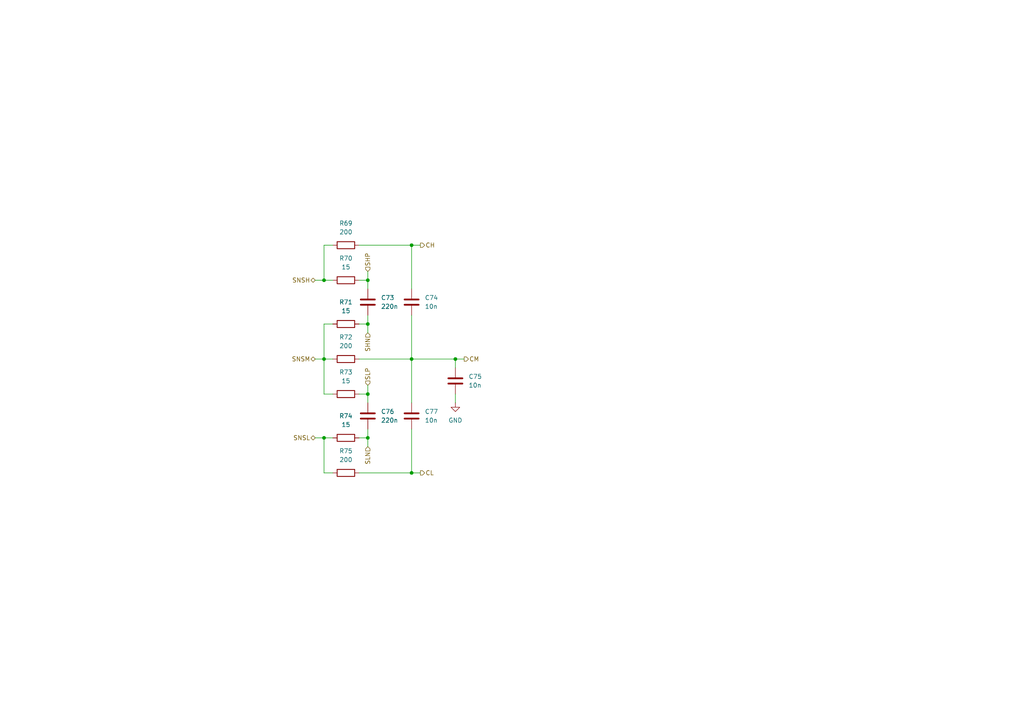
<source format=kicad_sch>
(kicad_sch (version 20231120) (generator "eeschema") (generator_version "8.0")
  (paper "A4")
  (lib_symbols
    (symbol "Device:C" (pin_numbers hide) (pin_names (offset 0.254))
      (property "Reference" "C" (at 0.635 2.54 0))
      (property "Value" "C" (at 0.635 -2.54 0))
      (symbol "C_0_1"
        (polyline (pts (xy -2.032 -0.762) (xy 2.032 -0.762)) (stroke (width 0.508)))
        (polyline (pts (xy -2.032 0.762) (xy 2.032 0.762)) (stroke (width 0.508)))
      )
      (symbol "C_1_1"
        (pin passive line (at 0 3.81 270) (length 2.794) (name "~") (number "1"))
        (pin passive line (at 0 -3.81 90) (length 2.794) (name "~") (number "2"))
      )
    )
    (symbol "Device:R" (pin_numbers hide) (pin_names (offset 0))
      (property "Reference" "R" (at 2.032 0 90))
      (property "Value" "R" (at 0 0 90))
      (symbol "R_0_1"
        (rectangle (start -1.016 -2.54) (end 1.016 2.54) (stroke (width 0.254)))
      )
      (symbol "R_1_1"
        (pin passive line (at 0 3.81 270) (length 1.27) (name "~") (number "1"))
        (pin passive line (at 0 -3.81 90) (length 1.27) (name "~") (number "2"))
      )
    )
    (symbol "power:GND" (power) (pin_numbers hide) (pin_names (offset 0) hide)
      (property "Value" "GND" (at 0 -3.81 0))
      (symbol "GND_0_1"
        (polyline (pts (xy 0 0) (xy 0 -1.27) (xy 1.27 -1.27) (xy 0 -2.54) (xy -1.27 -1.27) (xy 0 -1.27)))
      )
      (symbol "GND_1_1"
        (pin power_in line (at 0 0 270) (length 0) (name "~") (number "1"))
      )
    )
  )
  (junction (at 119.38 104.14))
  (junction (at 119.38 137.16))
  (junction (at 106.68 81.28))
  (junction (at 106.68 127))
  (junction (at 132.08 104.14))
  (junction (at 93.98 104.14))
  (junction (at 106.68 114.3))
  (junction (at 119.38 71.12))
  (junction (at 106.68 93.98))
  (junction (at 93.98 81.28))
  (junction (at 93.98 127))
  (wire (pts (xy 91.44 81.28) (xy 93.98 81.28)))
  (wire (pts (xy 106.68 83.82) (xy 106.68 81.28)))
  (wire (pts (xy 91.44 127) (xy 93.98 127)))
  (wire (pts (xy 132.08 114.3) (xy 132.08 116.84)))
  (wire (pts (xy 104.14 104.14) (xy 119.38 104.14)))
  (wire (pts (xy 91.44 104.14) (xy 93.98 104.14)))
  (wire (pts (xy 93.98 137.16) (xy 96.52 137.16)))
  (wire (pts (xy 93.98 104.14) (xy 96.52 104.14)))
  (wire (pts (xy 106.68 114.3) (xy 106.68 111.76)))
  (wire (pts (xy 106.68 124.46) (xy 106.68 127)))
  (wire (pts (xy 104.14 127) (xy 106.68 127)))
  (wire (pts (xy 104.14 71.12) (xy 119.38 71.12)))
  (wire (pts (xy 93.98 93.98) (xy 96.52 93.98)))
  (wire (pts (xy 132.08 104.14) (xy 132.08 106.68)))
  (wire (pts (xy 93.98 104.14) (xy 93.98 114.3)))
  (wire (pts (xy 104.14 137.16) (xy 119.38 137.16)))
  (wire (pts (xy 119.38 104.14) (xy 132.08 104.14)))
  (wire (pts (xy 93.98 81.28) (xy 96.52 81.28)))
  (wire (pts (xy 119.38 71.12) (xy 121.92 71.12)))
  (wire (pts (xy 96.52 114.3) (xy 93.98 114.3)))
  (wire (pts (xy 106.68 114.3) (xy 104.14 114.3)))
  (wire (pts (xy 132.08 104.14) (xy 134.62 104.14)))
  (wire (pts (xy 106.68 78.74) (xy 106.68 81.28)))
  (wire (pts (xy 93.98 137.16) (xy 93.98 127)))
  (wire (pts (xy 93.98 127) (xy 96.52 127)))
  (wire (pts (xy 119.38 124.46) (xy 119.38 137.16)))
  (wire (pts (xy 93.98 71.12) (xy 96.52 71.12)))
  (wire (pts (xy 104.14 93.98) (xy 106.68 93.98)))
  (wire (pts (xy 106.68 96.52) (xy 106.68 93.98)))
  (wire (pts (xy 93.98 71.12) (xy 93.98 81.28)))
  (wire (pts (xy 93.98 93.98) (xy 93.98 104.14)))
  (wire (pts (xy 119.38 71.12) (xy 119.38 83.82)))
  (wire (pts (xy 119.38 91.44) (xy 119.38 104.14)))
  (wire (pts (xy 106.68 127) (xy 106.68 129.54)))
  (wire (pts (xy 106.68 81.28) (xy 104.14 81.28)))
  (wire (pts (xy 119.38 104.14) (xy 119.38 116.84)))
  (wire (pts (xy 106.68 116.84) (xy 106.68 114.3)))
  (wire (pts (xy 119.38 137.16) (xy 121.92 137.16)))
  (wire (pts (xy 106.68 91.44) (xy 106.68 93.98)))
  (hierarchical_label "SHN" (shape input) (at 106.68 96.52 270))
  (hierarchical_label "SHP" (shape input) (at 106.68 78.74 90))
  (hierarchical_label "CL" (shape output) (at 121.92 137.16 0))
  (hierarchical_label "SNSM" (shape bidirectional) (at 91.44 104.14 180))
  (hierarchical_label "SNSH" (shape bidirectional) (at 91.44 81.28 180))
  (hierarchical_label "CM" (shape output) (at 134.62 104.14 0))
  (hierarchical_label "CH" (shape output) (at 121.92 71.12 0))
  (hierarchical_label "SLP" (shape input) (at 106.68 111.76 90))
  (hierarchical_label "SLN" (shape input) (at 106.68 129.54 270))
  (hierarchical_label "SNSL" (shape bidirectional) (at 91.44 127 180))
  (symbol (lib_id "Device:C") (at 106.68 87.63 0) (unit 1)
    (property "Reference" "C43" (at 110.49 86.3599 0) (effects (justify left)))
    (property "Value" "220n" (at 110.49 88.8999 0) (effects (justify left)))
    (property "Description" "Unpolarized capacitor" (effects (hide yes)))
    (instances (project "bms-segment" (path "" (reference "C73") (unit 1)) (path "" (reference "C78") (unit 1)) (path "" (reference "C58") (unit 1)) (path "" (reference "C68") (unit 1)) (path "" (reference "C53") (unit 1)) (path "" (reference "C63") (unit 1)) (path "" (reference "C43") (unit 1))))
  )
  (symbol (lib_id "Device:C") (at 119.38 87.63 0) (unit 1)
    (property "Reference" "C44" (at 123.19 86.3599 0) (effects (justify left)))
    (property "Value" "10n" (at 123.19 88.8999 0) (effects (justify left)))
    (property "Description" "Unpolarized capacitor" (effects (hide yes)))
    (instances (project "bms-segment" (path "" (reference "C74") (unit 1)) (path "" (reference "C79") (unit 1)) (path "" (reference "C59") (unit 1)) (path "" (reference "C69") (unit 1)) (path "" (reference "C54") (unit 1)) (path "" (reference "C64") (unit 1)) (path "" (reference "C44") (unit 1))))
  )
  (symbol (lib_id "Device:R") (at 100.33 137.16 90) (unit 1)
    (property "Reference" "R47" (at 100.33 130.81 90))
    (property "Value" "200" (at 100.33 133.35 90))
    (property "Description" "Resistor" (effects (hide yes)))
    (instances (project "bms-segment" (path "" (reference "R75") (unit 1)) (path "" (reference "R82") (unit 1)) (path "" (reference "R54") (unit 1)) (path "" (reference "R47") (unit 1)) (path "" (reference "R68") (unit 1)) (path "" (reference "R40") (unit 1)) (path "" (reference "R61") (unit 1)) (path "" (reference "R33") (unit 1))))
  )
  (symbol (lib_id "Device:R") (at 100.33 127 90) (unit 1)
    (property "Reference" "R46" (at 100.33 120.65 90))
    (property "Value" "15" (at 100.33 123.19 90))
    (property "Description" "Resistor" (effects (hide yes)))
    (instances (project "bms-segment" (path "" (reference "R74") (unit 1)) (path "" (reference "R81") (unit 1)) (path "" (reference "R53") (unit 1)) (path "" (reference "R46") (unit 1)) (path "" (reference "R67") (unit 1)) (path "" (reference "R39") (unit 1)) (path "" (reference "R60") (unit 1)) (path "" (reference "R32") (unit 1))))
  )
  (symbol (lib_id "Device:R") (at 100.33 71.12 90) (unit 1)
    (property "Reference" "R41" (at 100.33 64.77 90))
    (property "Value" "200" (at 100.33 67.31 90))
    (property "Description" "Resistor" (effects (hide yes)))
    (instances (project "bms-segment" (path "" (reference "R69") (unit 1)) (path "" (reference "R76") (unit 1)) (path "" (reference "R48") (unit 1)) (path "" (reference "R41") (unit 1)) (path "" (reference "R62") (unit 1)) (path "" (reference "R34") (unit 1)) (path "" (reference "R55") (unit 1)) (path "" (reference "R13") (unit 1))))
  )
  (symbol (lib_id "Device:C") (at 106.68 120.65 0) (unit 1)
    (property "Reference" "C47" (at 110.49 119.3799 0) (effects (justify left)))
    (property "Value" "220n" (at 110.49 121.9199 0) (effects (justify left)))
    (property "Description" "Unpolarized capacitor" (effects (hide yes)))
    (instances (project "bms-segment" (path "" (reference "C76") (unit 1)) (path "" (reference "C81") (unit 1)) (path "" (reference "C61") (unit 1)) (path "" (reference "C47") (unit 1)) (path "" (reference "C71") (unit 1)) (path "" (reference "C56") (unit 1)) (path "" (reference "C66") (unit 1)) (path "" (reference "C46") (unit 1))))
  )
  (symbol (lib_id "Device:R") (at 100.33 93.98 90) (unit 1)
    (property "Reference" "R43" (at 100.33 87.63 90))
    (property "Value" "15" (at 100.33 90.17 90))
    (property "Description" "Resistor" (effects (hide yes)))
    (instances (project "bms-segment" (path "" (reference "R71") (unit 1)) (path "" (reference "R78") (unit 1)) (path "" (reference "R50") (unit 1)) (path "" (reference "R43") (unit 1)) (path "" (reference "R64") (unit 1)) (path "" (reference "R36") (unit 1)) (path "" (reference "R57") (unit 1)) (path "" (reference "R29") (unit 1))))
  )
  (symbol (lib_id "Device:R") (at 100.33 104.14 90) (unit 1)
    (property "Reference" "R44" (at 100.33 97.79 90))
    (property "Value" "200" (at 100.33 100.33 90))
    (property "Description" "Resistor" (effects (hide yes)))
    (instances (project "bms-segment" (path "" (reference "R72") (unit 1)) (path "" (reference "R79") (unit 1)) (path "" (reference "R51") (unit 1)) (path "" (reference "R44") (unit 1)) (path "" (reference "R65") (unit 1)) (path "" (reference "R37") (unit 1)) (path "" (reference "R58") (unit 1)) (path "" (reference "R30") (unit 1))))
  )
  (symbol (lib_id "Device:C") (at 132.08 110.49 0) (unit 1)
    (property "Reference" "C51" (at 135.89 109.2199 0) (effects (justify left)))
    (property "Value" "10n" (at 135.89 111.7599 0) (effects (justify left)))
    (property "Description" "Unpolarized capacitor" (effects (hide yes)))
    (instances (project "bms-segment" (path "" (reference "C75") (unit 1)) (path "" (reference "C80") (unit 1)) (path "" (reference "C60") (unit 1)) (path "" (reference "C51") (unit 1)) (path "" (reference "C70") (unit 1)) (path "" (reference "C55") (unit 1)) (path "" (reference "C65") (unit 1)) (path "" (reference "C45") (unit 1))))
  )
  (symbol (lib_id "Device:C") (at 119.38 120.65 0) (unit 1)
    (property "Reference" "C50" (at 123.19 119.3799 0) (effects (justify left)))
    (property "Value" "10n" (at 123.19 121.9199 0) (effects (justify left)))
    (property "Description" "Unpolarized capacitor" (effects (hide yes)))
    (instances (project "bms-segment" (path "" (reference "C77") (unit 1)) (path "" (reference "C82") (unit 1)) (path "" (reference "C62") (unit 1)) (path "" (reference "C50") (unit 1)) (path "" (reference "C72") (unit 1)) (path "" (reference "C57") (unit 1)) (path "" (reference "C67") (unit 1)) (path "" (reference "C52") (unit 1))))
  )
  (symbol (lib_id "power:GND") (at 132.08 116.84 0) (unit 1)
    (property "Reference" "#PWR033" (effects (hide yes)))
    (property "Value" "GND" (at 132.08 121.92 0))
    (property "Description" "Power symbol creates a global label with name \"GND\" , ground" (effects (hide yes)))
    (instances (project "bms-segment" (path "" (reference "#PWR045") (unit 1)) (path "" (reference "#PWR046") (unit 1)) (path "" (reference "#PWR039") (unit 1)) (path "" (reference "#PWR044") (unit 1)) (path "" (reference "#PWR036") (unit 1)) (path "" (reference "#PWR042") (unit 1)) (path "" (reference "#PWR033") (unit 1))))
  )
  (symbol (lib_id "Device:R") (at 100.33 81.28 90) (unit 1)
    (property "Reference" "R42" (at 100.33 74.93 90))
    (property "Value" "15" (at 100.33 77.47 90))
    (property "Description" "Resistor" (effects (hide yes)))
    (instances (project "bms-segment" (path "" (reference "R70") (unit 1)) (path "" (reference "R77") (unit 1)) (path "" (reference "R49") (unit 1)) (path "" (reference "R42") (unit 1)) (path "" (reference "R63") (unit 1)) (path "" (reference "R35") (unit 1)) (path "" (reference "R56") (unit 1)) (path "" (reference "R14") (unit 1))))
  )
  (symbol (lib_id "Device:R") (at 100.33 114.3 90) (unit 1)
    (property "Reference" "R45" (at 100.33 107.95 90))
    (property "Value" "15" (at 100.33 110.49 90))
    (property "Description" "Resistor" (effects (hide yes)))
    (instances (project "bms-segment" (path "" (reference "R73") (unit 1)) (path "" (reference "R80") (unit 1)) (path "" (reference "R52") (unit 1)) (path "" (reference "R45") (unit 1)) (path "" (reference "R66") (unit 1)) (path "" (reference "R38") (unit 1)) (path "" (reference "R59") (unit 1)) (path "" (reference "R31") (unit 1))))
  )
)
</source>
